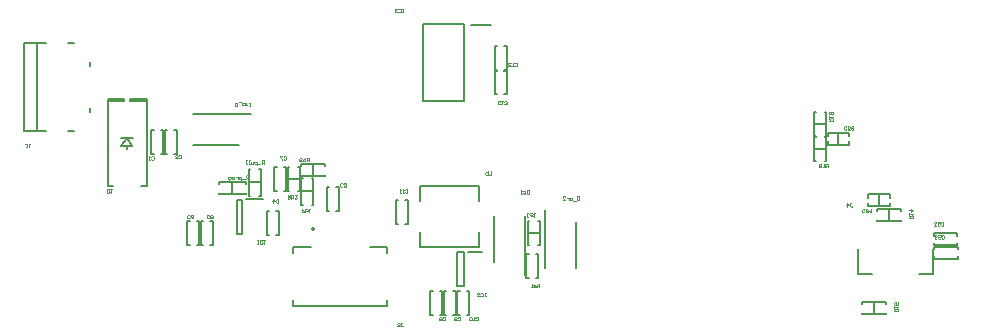
<source format=gbo>
G04*
G04 #@! TF.GenerationSoftware,Altium Limited,Altium Designer,25.3.3 (18)*
G04*
G04 Layer_Color=32896*
%FSLAX44Y44*%
%MOMM*%
G71*
G04*
G04 #@! TF.SameCoordinates,03B7C616-348C-440E-9E9C-07167A9097DF*
G04*
G04*
G04 #@! TF.FilePolarity,Positive*
G04*
G01*
G75*
%ADD11C,0.2000*%
%ADD14C,0.1500*%
%ADD16C,0.0900*%
D11*
X-399080Y311870D02*
G03*
X-399080Y309870I0J-1000D01*
G01*
D02*
G03*
X-399080Y311870I0J1000D01*
G01*
D14*
X-217170Y307340D02*
X-207010D01*
X-217170Y317340D02*
X-215900D01*
X-217170Y297340D02*
Y317340D01*
Y297340D02*
X-215900D01*
X-208280D02*
X-207010D01*
Y317340D01*
X-208280D02*
X-207010D01*
X-291640Y258330D02*
X-289640D01*
Y238330D02*
Y258330D01*
X-291640Y238330D02*
X-289640D01*
X-299640D02*
X-297640D01*
X-299640D02*
Y258330D01*
X-297640D01*
X-280210D02*
X-278210D01*
Y238330D02*
Y258330D01*
X-280210Y238330D02*
X-278210D01*
X-288210D02*
X-286210D01*
X-288210D02*
Y258330D01*
X-286210D01*
X-308570Y295310D02*
X-258570D01*
X-308570Y347310D02*
X-258570D01*
X-308570Y295310D02*
Y308310D01*
X-258570Y295310D02*
Y308310D01*
X-308570Y334310D02*
Y347310D01*
X-258570Y334310D02*
Y347310D01*
X-268780Y258330D02*
X-266780D01*
Y238330D02*
Y258330D01*
X-268780Y238330D02*
X-266780D01*
X-276780D02*
X-274780D01*
X-276780D02*
Y258330D01*
X-274780D01*
X-277320Y291360D02*
X-271320D01*
X-277320Y262360D02*
Y291360D01*
Y262360D02*
X-271320D01*
Y291360D01*
X-267820Y291860D02*
X-255820D01*
X-210360Y289400D02*
X-208360D01*
Y269400D02*
Y289400D01*
X-210360Y269400D02*
X-208360D01*
X-218360D02*
X-216360D01*
X-218360D02*
Y289400D01*
X-216360D01*
X-202230Y277680D02*
Y327280D01*
X-176230Y277680D02*
Y316680D01*
X-219410Y272330D02*
Y321930D01*
X-245410Y282930D02*
Y321930D01*
X25400Y378540D02*
X35560D01*
X34290Y368540D02*
X35560D01*
Y388540D01*
X34290D02*
X35560D01*
X25400D02*
X26670D01*
X25400Y368540D02*
Y388540D01*
Y368540D02*
X26670D01*
X54720Y382350D02*
Y385350D01*
X36720Y382350D02*
X54720D01*
X36720D02*
Y385350D01*
X54720Y389350D02*
Y392350D01*
X36720D02*
X54720D01*
X36720Y389350D02*
Y392350D01*
X45720Y382350D02*
Y392350D01*
X88900Y317500D02*
Y327660D01*
X78900Y317500D02*
Y318770D01*
Y317500D02*
X98900D01*
Y318770D01*
Y326390D02*
Y327660D01*
X78900D02*
X98900D01*
X78900Y326390D02*
Y327660D01*
X76200Y238760D02*
Y248920D01*
X66200Y238760D02*
Y240030D01*
Y238760D02*
X86200D01*
Y240030D01*
Y247650D02*
Y248920D01*
X66200D02*
X86200D01*
X66200Y247650D02*
Y248920D01*
X62230Y272710D02*
X73980D01*
X62230D02*
Y293710D01*
X113980Y272710D02*
X125730D01*
Y293710D01*
X71200Y337280D02*
Y340280D01*
X89200D01*
Y337280D02*
Y340280D01*
X71200Y330280D02*
Y333280D01*
Y330280D02*
X89200D01*
Y333280D01*
X80200Y330280D02*
Y340280D01*
X146570Y305260D02*
Y307260D01*
X126570D02*
X146570D01*
X126570Y305260D02*
Y307260D01*
Y297260D02*
Y299260D01*
Y297260D02*
X146570D01*
Y299260D01*
X147160Y293830D02*
Y295830D01*
X127160D02*
X147160D01*
X127160Y293830D02*
Y295830D01*
Y285830D02*
Y287830D01*
Y285830D02*
X147160D01*
Y287830D01*
X25400Y389970D02*
X26670D01*
X25400D02*
Y409970D01*
X26670D01*
X34290D02*
X35560D01*
Y389970D02*
Y409970D01*
X34290Y389970D02*
X35560D01*
X25400Y399970D02*
X35560D01*
X-245030Y465930D02*
X-243030D01*
X-245030Y445930D02*
Y465930D01*
Y445930D02*
X-243030D01*
X-237030D02*
X-235030D01*
Y465930D01*
X-237030D02*
X-235030D01*
X-245030Y445020D02*
X-243030D01*
X-245030Y425020D02*
Y445020D01*
Y425020D02*
X-243030D01*
X-237030D02*
X-235030D01*
Y445020D01*
X-237030D02*
X-235030D01*
X-265040Y483370D02*
X-248540D01*
X-270790Y419620D02*
Y484620D01*
X-305790Y419620D02*
X-270790D01*
X-305790D02*
Y484620D01*
X-270790D01*
X-415830Y295870D02*
X-401080D01*
X-415830Y290870D02*
Y295870D01*
X-351080D02*
X-336330D01*
Y290870D02*
Y295870D01*
X-415830Y245870D02*
Y250870D01*
Y245870D02*
X-336330D01*
Y250870D01*
X-328850Y335120D02*
X-326850D01*
X-328850Y315120D02*
Y335120D01*
Y315120D02*
X-326850D01*
X-320850D02*
X-318850D01*
Y335120D01*
X-320850D02*
X-318850D01*
X-467360Y340360D02*
Y350520D01*
X-455930Y349250D02*
Y350520D01*
X-478790D02*
X-455930D01*
X-478790Y349250D02*
Y350520D01*
Y340360D02*
Y341630D01*
Y340360D02*
X-455930D01*
Y341630D01*
X-453390Y339090D02*
X-452120D01*
X-453390D02*
Y361950D01*
X-452120D01*
X-444500D02*
X-443230D01*
Y339090D02*
Y361950D01*
X-444500Y339090D02*
X-443230D01*
X-453390Y350520D02*
X-443230D01*
X-497380Y297340D02*
X-495380D01*
Y317340D01*
X-497380D02*
X-495380D01*
X-505380D02*
X-503380D01*
X-505380Y297340D02*
Y317340D01*
Y297340D02*
X-503380D01*
X-438070Y326230D02*
X-436070D01*
X-438070Y306230D02*
Y326230D01*
Y306230D02*
X-436070D01*
X-430070D02*
X-428070D01*
Y326230D01*
X-430070D02*
X-428070D01*
X-485950Y297340D02*
X-483950D01*
Y317340D01*
X-485950D02*
X-483950D01*
X-493950D02*
X-491950D01*
X-493950Y297340D02*
Y317340D01*
Y297340D02*
X-491950D01*
X-455510Y336310D02*
X-441510D01*
X-459010Y306810D02*
Y335810D01*
X-463010Y306810D02*
X-459010D01*
X-463010D02*
Y335810D01*
X-459010D01*
X-387270Y346550D02*
X-385270D01*
X-387270Y326550D02*
Y346550D01*
Y326550D02*
X-385270D01*
X-379270D02*
X-377270D01*
Y346550D01*
X-379270D02*
X-377270D01*
X-420370Y353060D02*
X-410210D01*
X-420370Y363060D02*
X-419100D01*
X-420370Y343060D02*
Y363060D01*
Y343060D02*
X-419100D01*
X-411480D02*
X-410210D01*
Y363060D01*
X-411480D02*
X-410210D01*
X-431720D02*
X-429720D01*
X-431720Y343060D02*
Y363060D01*
Y343060D02*
X-429720D01*
X-423720D02*
X-421720D01*
Y363060D01*
X-423720D02*
X-421720D01*
X-398780Y355600D02*
Y365760D01*
X-388780Y364490D02*
Y365760D01*
X-408780D02*
X-388780D01*
X-408780Y364490D02*
Y365760D01*
Y355600D02*
Y356870D01*
Y355600D02*
X-388780D01*
Y356870D01*
X-408940Y342900D02*
X-398780D01*
X-408940Y354330D02*
X-407670D01*
X-408940Y331470D02*
Y354330D01*
Y331470D02*
X-407670D01*
X-400050D02*
X-398780D01*
Y354330D01*
X-400050D02*
X-398780D01*
X-500830Y407970D02*
X-451230D01*
X-500830Y381970D02*
X-461830D01*
X-643450Y468230D02*
X-632450D01*
X-643450Y394230D02*
Y468230D01*
Y394230D02*
X-632450D01*
Y468230D01*
Y394230D02*
X-625450D01*
X-606450D02*
X-601450D01*
X-587450Y410230D02*
Y413230D01*
Y449230D02*
Y452230D01*
X-606450Y468230D02*
X-601450D01*
X-632450D02*
X-625450D01*
X-527860Y374810D02*
X-525860D01*
Y394810D01*
X-527860D02*
X-525860D01*
X-535860D02*
X-533860D01*
X-535860Y374810D02*
Y394810D01*
Y374810D02*
X-533860D01*
X-516430D02*
X-514430D01*
Y394810D01*
X-516430D02*
X-514430D01*
X-524430D02*
X-522430D01*
X-524430Y374810D02*
Y394810D01*
Y374810D02*
X-522430D01*
X-539750Y347030D02*
Y421360D01*
X-544510Y347030D02*
X-539750D01*
X-553720Y421360D02*
X-539750D01*
X-572770Y347030D02*
X-568010D01*
X-553720Y419420D02*
Y421360D01*
Y419420D02*
X-539750D01*
X-572770D02*
X-558800D01*
Y421360D01*
X-572770Y347030D02*
Y421360D01*
X-558800D01*
X-561260Y387860D02*
X-551260D01*
X-556260D02*
X-552260Y380860D01*
X-561260D02*
X-556260Y387860D01*
X-561260Y380860D02*
X-552260D01*
X-556260Y387860D02*
Y388860D01*
Y378860D02*
Y380860D01*
D16*
X36769Y363070D02*
Y366069D01*
X35269D01*
X34769Y365570D01*
Y364570D01*
X35269Y364070D01*
X36769D01*
X35769D02*
X34769Y363070D01*
X33770D02*
X32770D01*
X33270D01*
Y366069D01*
X33770Y365570D01*
X31271Y363570D02*
X30771Y363070D01*
X29771D01*
X29271Y363570D01*
Y365570D01*
X29771Y366069D01*
X30771D01*
X31271Y365570D01*
Y365070D01*
X30771Y364570D01*
X29271D01*
X37871Y402571D02*
X40869D01*
Y404071D01*
X40370Y404571D01*
X39370D01*
X38870Y404071D01*
Y402571D01*
Y403571D02*
X37871Y404571D01*
Y405570D02*
Y406570D01*
Y406070D01*
X40869D01*
X40370Y405570D01*
Y408069D02*
X40869Y408569D01*
Y409569D01*
X40370Y410069D01*
X39870D01*
X39370Y409569D01*
X38870Y410069D01*
X38370D01*
X37871Y409569D01*
Y408569D01*
X38370Y408069D01*
X38870D01*
X39370Y408569D01*
X39870Y408069D01*
X40370D01*
X39370Y408569D02*
Y409569D01*
X92885Y241379D02*
X95884D01*
Y242878D01*
X95384Y243378D01*
X94384D01*
X93885Y242878D01*
Y241379D01*
Y242379D02*
X92885Y243378D01*
Y244378D02*
Y245378D01*
Y244878D01*
X95884D01*
X95384Y244378D01*
X95884Y248876D02*
Y246877D01*
X94384D01*
X94884Y247877D01*
Y248377D01*
X94384Y248876D01*
X93385D01*
X92885Y248377D01*
Y247377D01*
X93385Y246877D01*
X105585Y320119D02*
X108584D01*
Y321618D01*
X108084Y322118D01*
X107085D01*
X106585Y321618D01*
Y320119D01*
Y321119D02*
X105585Y322118D01*
Y323118D02*
Y324118D01*
Y323618D01*
X108584D01*
X108084Y323118D01*
X105585Y327117D02*
X108584D01*
X107085Y325617D01*
Y327617D01*
X55580Y332612D02*
X56579D01*
X56080D01*
Y330113D01*
X56579Y329613D01*
X57079D01*
X57579Y330113D01*
X53081Y329613D02*
Y332612D01*
X54580Y331113D01*
X52581D01*
X52611Y395240D02*
X52111Y394740D01*
X51111D01*
X50611Y395240D01*
Y397240D01*
X51111Y397739D01*
X52111D01*
X52611Y397240D01*
X55610Y394740D02*
X53610D01*
Y396240D01*
X54610Y395740D01*
X55110D01*
X55610Y396240D01*
Y397240D01*
X55110Y397739D01*
X54110D01*
X53610Y397240D01*
X56609Y395240D02*
X57109Y394740D01*
X58109D01*
X58609Y395240D01*
Y395740D01*
X58109Y396240D01*
X58609Y396740D01*
Y397240D01*
X58109Y397739D01*
X57109D01*
X56609Y397240D01*
Y396740D01*
X57109Y396240D01*
X56609Y395740D01*
Y395240D01*
X57109Y396240D02*
X58109D01*
X67851Y325390D02*
X67351Y324890D01*
X66351D01*
X65851Y325390D01*
Y327390D01*
X66351Y327890D01*
X67351D01*
X67851Y327390D01*
X70850Y324890D02*
X68850D01*
Y326390D01*
X69850Y325890D01*
X70350D01*
X70850Y326390D01*
Y327390D01*
X70350Y327890D01*
X69350D01*
X68850Y327390D01*
X73349Y327890D02*
Y324890D01*
X71849Y326390D01*
X73849D01*
X133304Y304934D02*
X133804Y305434D01*
X134803D01*
X135303Y304934D01*
Y302935D01*
X134803Y302435D01*
X133804D01*
X133304Y302935D01*
X130305Y305434D02*
X132304D01*
Y303934D01*
X131304Y304434D01*
X130805D01*
X130305Y303934D01*
Y302935D01*
X130805Y302435D01*
X131804D01*
X132304Y302935D01*
X129305Y304934D02*
X128805Y305434D01*
X127806D01*
X127306Y304934D01*
Y304434D01*
X127806Y303934D01*
X128305D01*
X127806D01*
X127306Y303435D01*
Y302935D01*
X127806Y302435D01*
X128805D01*
X129305Y302935D01*
X132796Y316364D02*
X133295Y316864D01*
X134295D01*
X134795Y316364D01*
Y314365D01*
X134295Y313865D01*
X133295D01*
X132796Y314365D01*
X129797Y316864D02*
X131796D01*
Y315364D01*
X130796Y315864D01*
X130296D01*
X129797Y315364D01*
Y314365D01*
X130296Y313865D01*
X131296D01*
X131796Y314365D01*
X126798Y313865D02*
X128797D01*
X126798Y315864D01*
Y316364D01*
X127297Y316864D01*
X128297D01*
X128797Y316364D01*
X-322405Y497458D02*
X-323405D01*
X-322905D01*
Y494459D01*
X-322405D01*
X-323405D01*
X-326903Y496958D02*
X-326404Y497458D01*
X-325404D01*
X-324904Y496958D01*
Y494959D01*
X-325404Y494459D01*
X-326404D01*
X-326903Y494959D01*
X-327903Y496958D02*
X-328403Y497458D01*
X-329403D01*
X-329902Y496958D01*
Y496458D01*
X-329403Y495959D01*
X-328903D01*
X-329403D01*
X-329902Y495459D01*
Y494959D01*
X-329403Y494459D01*
X-328403D01*
X-327903Y494959D01*
X-240509Y416830D02*
X-241009Y416330D01*
X-242009D01*
X-242509Y416830D01*
Y418830D01*
X-242009Y419329D01*
X-241009D01*
X-240509Y418830D01*
X-239510Y419329D02*
X-238510D01*
X-239010D01*
Y416330D01*
X-239510Y416830D01*
X-237011D02*
X-236511Y416330D01*
X-235511D01*
X-235011Y416830D01*
Y417330D01*
X-235511Y417830D01*
X-236011D01*
X-235511D01*
X-235011Y418330D01*
Y418830D01*
X-235511Y419329D01*
X-236511D01*
X-237011Y418830D01*
X-228121Y451260D02*
X-227621Y451759D01*
X-226621D01*
X-226121Y451260D01*
Y449260D01*
X-226621Y448760D01*
X-227621D01*
X-228121Y449260D01*
X-229120Y448760D02*
X-230120D01*
X-229620D01*
Y451759D01*
X-229120Y451260D01*
X-233619Y448760D02*
X-231619D01*
X-233619Y450760D01*
Y451260D01*
X-233119Y451759D01*
X-232119D01*
X-231619Y451260D01*
X-321102Y344304D02*
X-320602Y344804D01*
X-319603D01*
X-319103Y344304D01*
Y342305D01*
X-319603Y341805D01*
X-320602D01*
X-321102Y342305D01*
X-322102Y341805D02*
X-323102D01*
X-322602D01*
Y344804D01*
X-322102Y344304D01*
X-324601Y341805D02*
X-325601D01*
X-325101D01*
Y344804D01*
X-324601Y344304D01*
X-261141Y235950D02*
X-260641Y236450D01*
X-259641D01*
X-259141Y235950D01*
Y233950D01*
X-259641Y233451D01*
X-260641D01*
X-261141Y233950D01*
X-262140Y233451D02*
X-263140D01*
X-262640D01*
Y236450D01*
X-262140Y235950D01*
X-264639D02*
X-265139Y236450D01*
X-266139D01*
X-266639Y235950D01*
Y233950D01*
X-266139Y233451D01*
X-265139D01*
X-264639Y233950D01*
Y235950D01*
X-276360D02*
X-275860Y236450D01*
X-274861D01*
X-274361Y235950D01*
Y233950D01*
X-274861Y233451D01*
X-275860D01*
X-276360Y233950D01*
X-277360D02*
X-277860Y233451D01*
X-278859D01*
X-279359Y233950D01*
Y235950D01*
X-278859Y236450D01*
X-277860D01*
X-277360Y235950D01*
Y235450D01*
X-277860Y234950D01*
X-279359D01*
X-289060Y235950D02*
X-288560Y236450D01*
X-287561D01*
X-287061Y235950D01*
Y233950D01*
X-287561Y233451D01*
X-288560D01*
X-289060Y233950D01*
X-290060Y235950D02*
X-290560Y236450D01*
X-291559D01*
X-292059Y235950D01*
Y235450D01*
X-291559Y234950D01*
X-292059Y234450D01*
Y233950D01*
X-291559Y233451D01*
X-290560D01*
X-290060Y233950D01*
Y234450D01*
X-290560Y234950D01*
X-290060Y235450D01*
Y235950D01*
X-290560Y234950D02*
X-291559D01*
X-423972Y372244D02*
X-423473Y372744D01*
X-422473D01*
X-421973Y372244D01*
Y370245D01*
X-422473Y369745D01*
X-423473D01*
X-423972Y370245D01*
X-424972Y372744D02*
X-426971D01*
Y372244D01*
X-424972Y370245D01*
Y369745D01*
X-503420Y320310D02*
X-503920Y319810D01*
X-504919D01*
X-505419Y320310D01*
Y322310D01*
X-504919Y322809D01*
X-503920D01*
X-503420Y322310D01*
X-500421Y319810D02*
X-501421Y320310D01*
X-502420Y321310D01*
Y322310D01*
X-501920Y322809D01*
X-500921D01*
X-500421Y322310D01*
Y321810D01*
X-500921Y321310D01*
X-502420D01*
X-486910Y320310D02*
X-487410Y319810D01*
X-488409D01*
X-488909Y320310D01*
Y322310D01*
X-488409Y322809D01*
X-487410D01*
X-486910Y322310D01*
X-483911Y319810D02*
X-485910D01*
Y321310D01*
X-484911Y320810D01*
X-484411D01*
X-483911Y321310D01*
Y322310D01*
X-484411Y322809D01*
X-485410D01*
X-485910Y322310D01*
X-430322Y335414D02*
X-429823Y335914D01*
X-428823D01*
X-428323Y335414D01*
Y333415D01*
X-428823Y332915D01*
X-429823D01*
X-430322Y333415D01*
X-432822Y332915D02*
Y335914D01*
X-431322Y334414D01*
X-433321D01*
X-373880Y346980D02*
X-374380Y346480D01*
X-375379D01*
X-375879Y346980D01*
Y348980D01*
X-375379Y349479D01*
X-374380D01*
X-373880Y348980D01*
X-372880Y346980D02*
X-372380Y346480D01*
X-371381D01*
X-370881Y346980D01*
Y347480D01*
X-371381Y347980D01*
X-371880D01*
X-371381D01*
X-370881Y348480D01*
Y348980D01*
X-371381Y349479D01*
X-372380D01*
X-372880Y348980D01*
X-207321Y261390D02*
Y264389D01*
X-208821D01*
X-209321Y263890D01*
Y262890D01*
X-208821Y262390D01*
X-207321D01*
X-208321D02*
X-209321Y261390D01*
X-210320D02*
X-211820D01*
X-212320Y261890D01*
X-211820Y262390D01*
X-210820D01*
X-210320Y262890D01*
X-210820Y263390D01*
X-212320D01*
X-213319Y261390D02*
X-214319D01*
X-213819D01*
Y264389D01*
X-213319Y263890D01*
X-402481Y368070D02*
Y371069D01*
X-403981D01*
X-404481Y370570D01*
Y369570D01*
X-403981Y369070D01*
X-402481D01*
X-403481D02*
X-404481Y368070D01*
X-405480Y371069D02*
Y368070D01*
X-406980D01*
X-407480Y368570D01*
Y369070D01*
Y369570D01*
X-406980Y370070D01*
X-405480D01*
X-408479Y370570D02*
X-408979Y371069D01*
X-409979D01*
X-410479Y370570D01*
Y370070D01*
X-409979Y369570D01*
X-409479D01*
X-409979D01*
X-410479Y369070D01*
Y368570D01*
X-409979Y368070D01*
X-408979D01*
X-408479Y368570D01*
X-420559Y339319D02*
Y336320D01*
X-419059D01*
X-418559Y336820D01*
Y337820D01*
X-419059Y338320D01*
X-420559D01*
X-419559D02*
X-418559Y339319D01*
X-417560Y336320D02*
Y339319D01*
X-416060D01*
X-415560Y338820D01*
Y338320D01*
Y337820D01*
X-416060Y337320D01*
X-417560D01*
X-412561Y339319D02*
X-414561D01*
X-412561Y337320D01*
Y336820D01*
X-413061Y336320D01*
X-414061D01*
X-414561Y336820D01*
X-408629Y327890D02*
Y324890D01*
X-407129D01*
X-406629Y325390D01*
Y326390D01*
X-407129Y326890D01*
X-408629D01*
X-407629D02*
X-406629Y327890D01*
X-405630Y324890D02*
Y327890D01*
X-404130D01*
X-403630Y327390D01*
Y326890D01*
Y326390D01*
X-404130Y325890D01*
X-405630D01*
X-402631Y327890D02*
X-401631D01*
X-402131D01*
Y324890D01*
X-402631Y325390D01*
X-440563Y366030D02*
Y369029D01*
X-442062D01*
X-442562Y368530D01*
Y367530D01*
X-442062Y367030D01*
X-440563D01*
X-441562D02*
X-442562Y366030D01*
X-443562Y365531D02*
X-445561D01*
X-446561Y365031D02*
Y368030D01*
X-448060D01*
X-448560Y367530D01*
Y366530D01*
X-448060Y366030D01*
X-446561D01*
X-449560Y368030D02*
Y366530D01*
X-450060Y366030D01*
X-451559D01*
Y368030D01*
X-452559Y366030D02*
X-453558D01*
X-453059D01*
Y369029D01*
X-452559D01*
X-455058Y366030D02*
X-456058D01*
X-455558D01*
Y369029D01*
X-455058D01*
X-453783Y353330D02*
Y356329D01*
X-455282D01*
X-455782Y355830D01*
Y354830D01*
X-455282Y354330D01*
X-453783D01*
X-454782D02*
X-455782Y353330D01*
X-456782Y352831D02*
X-458781D01*
X-459781Y352331D02*
Y355330D01*
X-461280D01*
X-461780Y354830D01*
Y353830D01*
X-461280Y353330D01*
X-459781D01*
X-462780Y355330D02*
Y353330D01*
Y354330D01*
X-463280Y354830D01*
X-463779Y355330D01*
X-464279D01*
X-466279Y353330D02*
X-467278D01*
X-467778Y353830D01*
Y354830D01*
X-467278Y355330D01*
X-466279D01*
X-465779Y354830D01*
Y353830D01*
X-466279Y353330D01*
X-469778Y352331D02*
X-470277D01*
X-470777Y352831D01*
Y355330D01*
X-469278D01*
X-468778Y354830D01*
Y353830D01*
X-469278Y353330D01*
X-470777D01*
X-248237Y360044D02*
Y357045D01*
X-250236D01*
X-251236Y360044D02*
Y357045D01*
X-252736D01*
X-253235Y357545D01*
Y358045D01*
Y358545D01*
X-252736Y359044D01*
X-251236D01*
X-324620Y231369D02*
X-323620D01*
X-324120D01*
Y228870D01*
X-323620Y228370D01*
X-323121D01*
X-322621Y228870D01*
X-327619Y228370D02*
X-325620D01*
X-327619Y230370D01*
Y230870D01*
X-327119Y231369D01*
X-326120D01*
X-325620Y230870D01*
X-252791Y256770D02*
X-253791D01*
X-253291D01*
Y253771D01*
X-252791D01*
X-253791D01*
X-257290Y256270D02*
X-256790Y256770D01*
X-255790D01*
X-255290Y256270D01*
Y254270D01*
X-255790Y253771D01*
X-256790D01*
X-257290Y254270D01*
X-260289Y253771D02*
X-258289D01*
X-260289Y255770D01*
Y256270D01*
X-259789Y256770D01*
X-258789D01*
X-258289Y256270D01*
X-216233Y343788D02*
Y340789D01*
X-217733D01*
X-218232Y341289D01*
Y343288D01*
X-217733Y343788D01*
X-216233D01*
X-219232Y340789D02*
X-220732D01*
X-221231Y341289D01*
X-220732Y341789D01*
X-219732D01*
X-219232Y342289D01*
X-219732Y342788D01*
X-221231D01*
X-222231Y340789D02*
X-223231D01*
X-222731D01*
Y343788D01*
X-222231Y343288D01*
X-173561Y338454D02*
Y335455D01*
X-175061D01*
X-175560Y335955D01*
Y337954D01*
X-175061Y338454D01*
X-173561D01*
X-176560Y334955D02*
X-178559D01*
X-180059Y335455D02*
X-181059D01*
X-181558Y335955D01*
Y336954D01*
X-181059Y337454D01*
X-180059D01*
X-179559Y336954D01*
Y335955D01*
X-180059Y335455D01*
X-182558Y337454D02*
Y335455D01*
Y336455D01*
X-183058Y336954D01*
X-183558Y337454D01*
X-184058D01*
X-187556Y335455D02*
X-185557D01*
X-187556Y337454D01*
Y337954D01*
X-187057Y338454D01*
X-186057D01*
X-185557Y337954D01*
X-464968Y414810D02*
Y417810D01*
X-463468D01*
X-462968Y417310D01*
Y415310D01*
X-463468Y414810D01*
X-464968D01*
X-461969Y418309D02*
X-459969D01*
X-458470Y417810D02*
X-457470D01*
X-456970Y417310D01*
Y416310D01*
X-457470Y415810D01*
X-458470D01*
X-458970Y416310D01*
Y417310D01*
X-458470Y417810D01*
X-455971Y415810D02*
Y417810D01*
Y416810D01*
X-455471Y416310D01*
X-454971Y415810D01*
X-454471D01*
X-452972Y417810D02*
X-451972D01*
X-452472D01*
Y414810D01*
X-452972Y415310D01*
X-216129Y321580D02*
X-216629Y321080D01*
X-217629D01*
X-218129Y321580D01*
Y323580D01*
X-217629Y324080D01*
X-216629D01*
X-216129Y323580D01*
X-215130Y324080D02*
X-213630D01*
X-213130Y323580D01*
X-213630Y323080D01*
X-214630D01*
X-215130Y322580D01*
X-214630Y322080D01*
X-213130D01*
X-212131Y324080D02*
X-211131D01*
X-211631D01*
Y321080D01*
X-212131Y321580D01*
X-640850Y380201D02*
X-641850D01*
X-641350D01*
Y382700D01*
X-641850Y383200D01*
X-642349D01*
X-642849Y382700D01*
X-639850Y383200D02*
X-638851D01*
X-639351D01*
Y380201D01*
X-639850Y380700D01*
X-446479Y298220D02*
X-445479D01*
X-445979D01*
Y301220D01*
X-446479D01*
X-445479D01*
X-441980Y298720D02*
X-442480Y298220D01*
X-443480D01*
X-443980Y298720D01*
Y300720D01*
X-443480Y301220D01*
X-442480D01*
X-441980Y300720D01*
X-440981Y301220D02*
X-439981D01*
X-440481D01*
Y298220D01*
X-440981Y298720D01*
X-573499Y341400D02*
Y344399D01*
X-572000D01*
X-571500Y343900D01*
Y341900D01*
X-572000Y341400D01*
X-573499D01*
X-570500Y344399D02*
X-569501D01*
X-570000D01*
Y341400D01*
X-570500Y341900D01*
X-512580Y373110D02*
X-512080Y373610D01*
X-511081D01*
X-510581Y373110D01*
Y371110D01*
X-511081Y370611D01*
X-512080D01*
X-512580Y371110D01*
X-515579Y370611D02*
X-513580D01*
X-515579Y372610D01*
Y373110D01*
X-515079Y373610D01*
X-514080D01*
X-513580Y373110D01*
X-535940Y371840D02*
X-535440Y372340D01*
X-534440D01*
X-533941Y371840D01*
Y369840D01*
X-534440Y369341D01*
X-535440D01*
X-535940Y369840D01*
X-536940Y369341D02*
X-537939D01*
X-537439D01*
Y372340D01*
X-536940Y371840D01*
M02*

</source>
